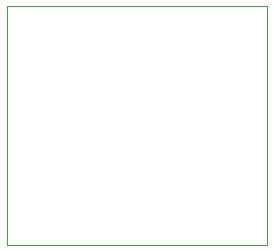
<source format=gbr>
G04 #@! TF.GenerationSoftware,KiCad,Pcbnew,(5.0.0)*
G04 #@! TF.CreationDate,2018-09-03T15:40:08-07:00*
G04 #@! TF.ProjectId,nixie_psu_breakout,6E697869655F7073755F627265616B6F,rev?*
G04 #@! TF.SameCoordinates,Original*
G04 #@! TF.FileFunction,Profile,NP*
%FSLAX46Y46*%
G04 Gerber Fmt 4.6, Leading zero omitted, Abs format (unit mm)*
G04 Created by KiCad (PCBNEW (5.0.0)) date 09/03/18 15:40:08*
%MOMM*%
%LPD*%
G01*
G04 APERTURE LIST*
%ADD10C,0.100000*%
G04 APERTURE END LIST*
D10*
X147700000Y-80100000D02*
X125700000Y-80100000D01*
X147700000Y-100350000D02*
X147700000Y-80100000D01*
X125700000Y-100350000D02*
X147700000Y-100350000D01*
X125700000Y-80100000D02*
X125700000Y-100350000D01*
M02*

</source>
